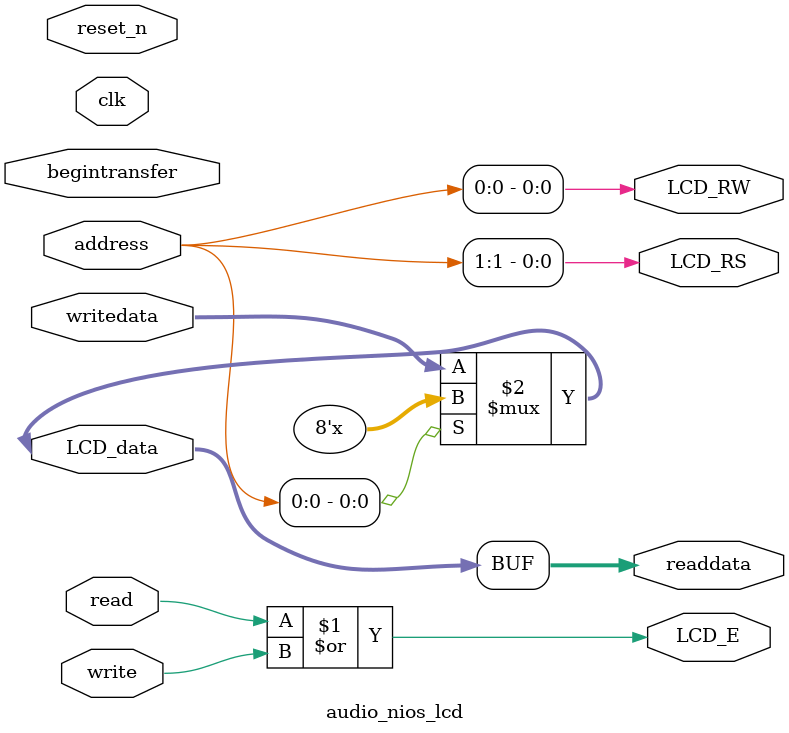
<source format=v>

`timescale 1ns / 1ps
// synthesis translate_on

// turn off superfluous verilog processor warnings 
// altera message_level Level1 
// altera message_off 10034 10035 10036 10037 10230 10240 10030 

module audio_nios_lcd (
                        // inputs:
                         address,
                         begintransfer,
                         clk,
                         read,
                         reset_n,
                         write,
                         writedata,

                        // outputs:
                         LCD_E,
                         LCD_RS,
                         LCD_RW,
                         LCD_data,
                         readdata
                      )
;

  output           LCD_E;
  output           LCD_RS;
  output           LCD_RW;
  inout   [  7: 0] LCD_data;
  output  [  7: 0] readdata;
  input   [  1: 0] address;
  input            begintransfer;
  input            clk;
  input            read;
  input            reset_n;
  input            write;
  input   [  7: 0] writedata;

  wire             LCD_E;
  wire             LCD_RS;
  wire             LCD_RW;
  wire    [  7: 0] LCD_data;
  wire    [  7: 0] readdata;
  assign LCD_RW = address[0];
  assign LCD_RS = address[1];
  assign LCD_E = read | write;
  assign LCD_data = (address[0]) ? 8'bz : writedata;
  assign readdata = LCD_data;
  //control_slave, which is an e_avalon_slave

endmodule


</source>
